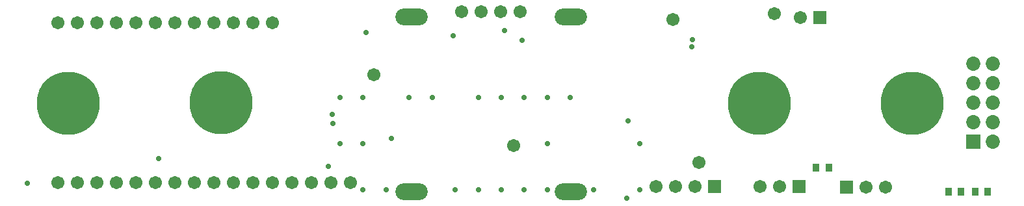
<source format=gts>
G04 Layer_Color=8388736*
%FSAX25Y25*%
%MOIN*%
G70*
G01*
G75*
%ADD41R,0.03556X0.04147*%
%ADD42C,0.32296*%
%ADD43R,0.07296X0.07296*%
%ADD44C,0.07296*%
%ADD45C,0.06706*%
%ADD46C,0.04737*%
%ADD47R,0.06706X0.06706*%
%ADD48C,0.06706*%
%ADD49C,0.06710*%
%ADD50O,0.16548X0.08674*%
%ADD51C,0.02768*%
D41*
X0586661Y0294657D02*
D03*
X0593157D02*
D03*
X0654543Y0282343D02*
D03*
X0661039D02*
D03*
X0668161Y0282358D02*
D03*
X0674657D02*
D03*
D42*
X0557400Y0327700D02*
D03*
X0203100D02*
D03*
X0281700Y0328000D02*
D03*
X0635900Y0327700D02*
D03*
D43*
X0667218Y0308183D02*
D03*
D44*
Y0318183D02*
D03*
Y0328183D02*
D03*
Y0338183D02*
D03*
Y0348183D02*
D03*
X0677218Y0308183D02*
D03*
Y0318183D02*
D03*
Y0328183D02*
D03*
Y0338183D02*
D03*
Y0348183D02*
D03*
D45*
X0198000Y0369163D02*
D03*
X0208000D02*
D03*
X0218000D02*
D03*
X0228000D02*
D03*
X0238000D02*
D03*
X0248000D02*
D03*
X0258000D02*
D03*
X0268000D02*
D03*
X0278000D02*
D03*
X0288000D02*
D03*
X0298000D02*
D03*
X0308000D02*
D03*
X0258000Y0287037D02*
D03*
X0268000D02*
D03*
X0278000D02*
D03*
X0248000D02*
D03*
X0238000D02*
D03*
X0228000D02*
D03*
X0218000D02*
D03*
X0288000Y0287076D02*
D03*
X0298000Y0287037D02*
D03*
X0308000D02*
D03*
X0318000D02*
D03*
X0328000D02*
D03*
X0338000D02*
D03*
X0348000D02*
D03*
X0208000D02*
D03*
X0198000D02*
D03*
X0404835Y0374870D02*
D03*
D46*
X0557400Y0327700D02*
D03*
X0203100D02*
D03*
X0281700Y0328000D02*
D03*
X0635900Y0327700D02*
D03*
D47*
X0588400Y0371600D02*
D03*
X0534500Y0285000D02*
D03*
X0578000D02*
D03*
X0602300Y0284900D02*
D03*
D48*
X0578400Y0371600D02*
D03*
X0504500Y0285000D02*
D03*
X0514500D02*
D03*
X0524500D02*
D03*
X0568000D02*
D03*
X0558000D02*
D03*
X0612300Y0284900D02*
D03*
X0622300D02*
D03*
X0431400Y0306200D02*
D03*
X0526500Y0297500D02*
D03*
X0513100Y0370700D02*
D03*
X0359800Y0342500D02*
D03*
X0565100Y0373800D02*
D03*
D49*
X0434874Y0374870D02*
D03*
X0424835Y0374831D02*
D03*
X0414835D02*
D03*
D50*
X0460898Y0282469D02*
D03*
X0379165D02*
D03*
X0379205Y0372232D02*
D03*
X0460898D02*
D03*
D51*
X0496063Y0307086D02*
D03*
Y0283465D02*
D03*
X0490157Y0318898D02*
D03*
X0472441Y0283465D02*
D03*
X0460630Y0330709D02*
D03*
X0448819D02*
D03*
Y0307086D02*
D03*
Y0283465D02*
D03*
X0437008Y0330709D02*
D03*
Y0283465D02*
D03*
X0425197Y0330709D02*
D03*
Y0283465D02*
D03*
X0413386Y0330709D02*
D03*
Y0283465D02*
D03*
X0401575D02*
D03*
X0389764Y0330709D02*
D03*
X0377953D02*
D03*
X0366142Y0283465D02*
D03*
X0354331Y0330709D02*
D03*
Y0307086D02*
D03*
Y0283465D02*
D03*
X0342520Y0330709D02*
D03*
Y0307086D02*
D03*
X0336614Y0295275D02*
D03*
X0182100Y0286600D02*
D03*
X0338900Y0317500D02*
D03*
X0249600Y0299500D02*
D03*
X0489500Y0279000D02*
D03*
X0356000Y0364000D02*
D03*
X0400500Y0362500D02*
D03*
X0427000Y0365000D02*
D03*
X0436000Y0360000D02*
D03*
X0368800Y0309600D02*
D03*
X0273100Y0338900D02*
D03*
X0200400Y0341000D02*
D03*
X0338500Y0322000D02*
D03*
X0523100Y0360500D02*
D03*
X0522800Y0356800D02*
D03*
X0551400Y0339700D02*
D03*
X0625300Y0336600D02*
D03*
M02*

</source>
